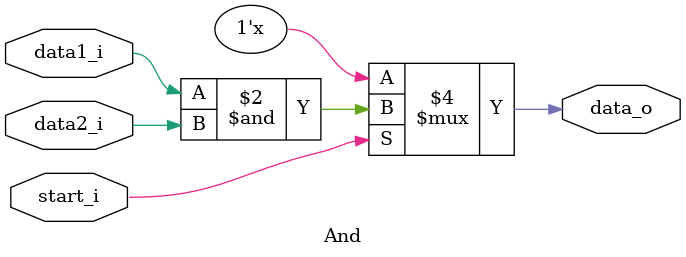
<source format=v>
module And(
	start_i,
	data1_i,
	data2_i,
	data_o
);
input start_i; //TODO
input data1_i;
input data2_i;
output reg data_o;

initial begin
	data_o = 1'b0;
end

always@(*) begin
	if(start_i)
		data_o <= data1_i & data2_i;
end

endmodule

</source>
